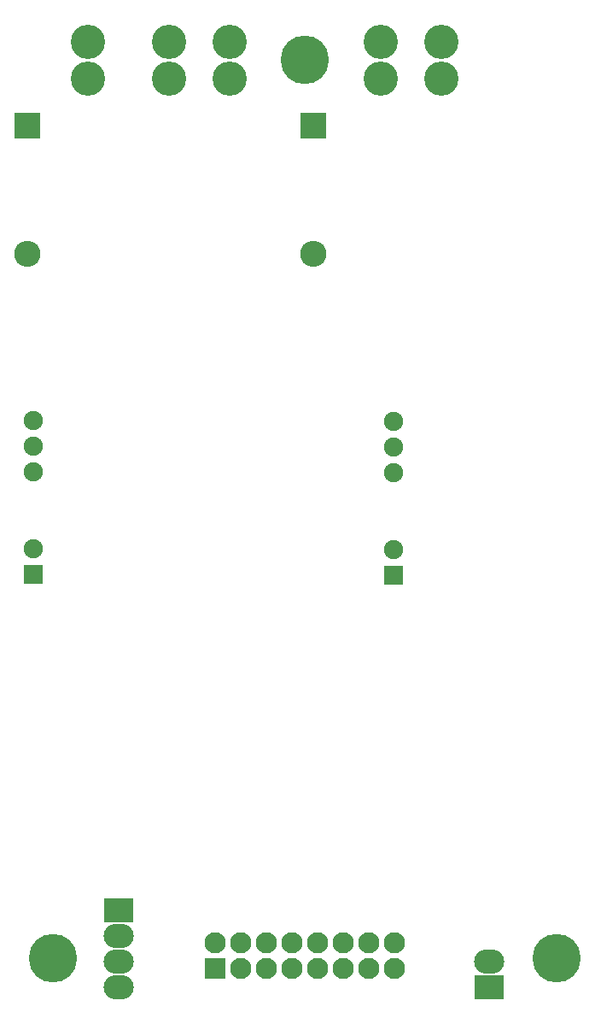
<source format=gbs>
G04 #@! TF.GenerationSoftware,KiCad,Pcbnew,no-vcs-found-9413793~61~ubuntu17.10.1*
G04 #@! TF.CreationDate,2017-12-18T18:39:30-05:00*
G04 #@! TF.ProjectId,ENNOID Dual Gate Driver,454E4E4F4944204475616C2047617465,rev?*
G04 #@! TF.SameCoordinates,Original*
G04 #@! TF.FileFunction,Soldermask,Bot*
G04 #@! TF.FilePolarity,Negative*
%FSLAX46Y46*%
G04 Gerber Fmt 4.6, Leading zero omitted, Abs format (unit mm)*
G04 Created by KiCad (PCBNEW no-vcs-found-9413793~61~ubuntu17.10.1) date Mon Dec 18 18:39:30 2017*
%MOMM*%
%LPD*%
G01*
G04 APERTURE LIST*
%ADD10C,1.100000*%
%ADD11C,4.800000*%
%ADD12O,2.600000X2.600000*%
%ADD13R,2.600000X2.600000*%
%ADD14O,3.000000X2.400000*%
%ADD15R,3.000000X2.400000*%
%ADD16C,3.400000*%
%ADD17C,2.100000*%
%ADD18R,2.100000X2.100000*%
%ADD19O,1.900000X1.900000*%
%ADD20R,1.900000X1.900000*%
G04 APERTURE END LIST*
D10*
X31166726Y-2833274D03*
X30000000Y-2350000D03*
X28833274Y-2833274D03*
X28350000Y-4000000D03*
X28833274Y-5166726D03*
X30000000Y-5650000D03*
X31166726Y-5166726D03*
X31650000Y-4000000D03*
D11*
X30000000Y-4000000D03*
D10*
X6166726Y-91833274D03*
X5000000Y-91350000D03*
X3833274Y-91833274D03*
X3350000Y-93000000D03*
X3833274Y-94166726D03*
X5000000Y-94650000D03*
X6166726Y-94166726D03*
X6650000Y-93000000D03*
D11*
X5000000Y-93000000D03*
X55000000Y-93000000D03*
D10*
X56650000Y-93000000D03*
X56166726Y-94166726D03*
X55000000Y-94650000D03*
X53833274Y-94166726D03*
X53350000Y-93000000D03*
X53833274Y-91833274D03*
X55000000Y-91350000D03*
X56166726Y-91833274D03*
D12*
X2463800Y-23228300D03*
D13*
X2463800Y-10528300D03*
X30848360Y-10513060D03*
D12*
X30848360Y-23213060D03*
D14*
X11544300Y-95872300D03*
X11544300Y-93332300D03*
X11544300Y-90792300D03*
D15*
X11544300Y-88252300D03*
D14*
X48298100Y-93306900D03*
D15*
X48298100Y-95846900D03*
D16*
X22500000Y-5830000D03*
X22500000Y-2170000D03*
X8500000Y-5830000D03*
X8500000Y-2170000D03*
X16500000Y-5830000D03*
X16500000Y-2170000D03*
X43500000Y-5830000D03*
X43500000Y-2170000D03*
X37500000Y-2170000D03*
X37500000Y-5830000D03*
D17*
X38887400Y-91478100D03*
X38887400Y-94018100D03*
X36347400Y-91478100D03*
X36347400Y-94018100D03*
X33807400Y-91478100D03*
X33807400Y-94018100D03*
X31267400Y-91478100D03*
X31267400Y-94018100D03*
X28727400Y-91478100D03*
X28727400Y-94018100D03*
X26187400Y-91478100D03*
X26187400Y-94018100D03*
X23647400Y-91478100D03*
X23647400Y-94018100D03*
X21107400Y-91478100D03*
D18*
X21107400Y-94018100D03*
D19*
X3098800Y-39725600D03*
X3098800Y-42265600D03*
X3098800Y-44805600D03*
X3098800Y-52425600D03*
D20*
X3098800Y-54965600D03*
X38785800Y-55003700D03*
D19*
X38785800Y-52463700D03*
X38785800Y-44843700D03*
X38785800Y-42303700D03*
X38785800Y-39763700D03*
M02*

</source>
